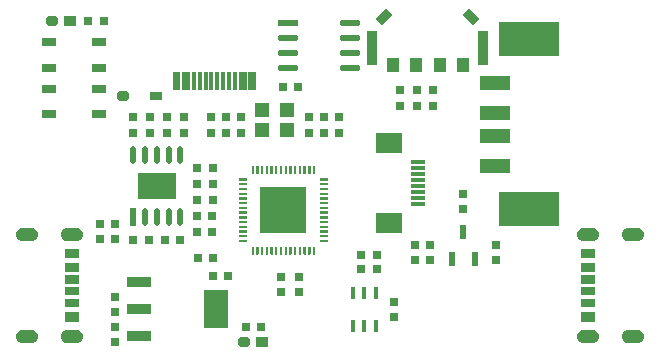
<source format=gtp>
G04*
G04 #@! TF.GenerationSoftware,Altium Limited,Altium Designer,22.2.1 (43)*
G04*
G04 Layer_Color=8421504*
%FSLAX25Y25*%
%MOIN*%
G70*
G04*
G04 #@! TF.SameCoordinates,5917ED16-7F16-4460-A846-6834CAD0EC44*
G04*
G04*
G04 #@! TF.FilePolarity,Positive*
G04*
G01*
G75*
%ADD24R,0.03000X0.03000*%
G04:AMPARAMS|DCode=25|XSize=40mil|YSize=35mil|CornerRadius=0mil|HoleSize=0mil|Usage=FLASHONLY|Rotation=180.000|XOffset=0mil|YOffset=0mil|HoleType=Round|Shape=Octagon|*
%AMOCTAGOND25*
4,1,8,-0.02000,0.00875,-0.02000,-0.00875,-0.01125,-0.01750,0.01125,-0.01750,0.02000,-0.00875,0.02000,0.00875,0.01125,0.01750,-0.01125,0.01750,-0.02000,0.00875,0.0*
%
%ADD25OCTAGOND25*%

%ADD26R,0.04000X0.03500*%
%ADD27R,0.15748X0.15748*%
%ADD28R,0.00787X0.02618*%
%ADD29R,0.02618X0.00787*%
%ADD30R,0.03000X0.03000*%
%ADD31R,0.04720X0.03150*%
%ADD32R,0.04720X0.02760*%
%ADD33R,0.02165X0.05906*%
%ADD34O,0.02165X0.05906*%
%ADD35R,0.12598X0.09055*%
%ADD36R,0.01968X0.04724*%
%ADD37R,0.05118X0.01181*%
%ADD38R,0.08661X0.07087*%
%ADD39R,0.01772X0.03937*%
%ADD40R,0.03543X0.11811*%
%ADD41R,0.03937X0.05118*%
G04:AMPARAMS|DCode=42|XSize=47.24mil|YSize=31.5mil|CornerRadius=0mil|HoleSize=0mil|Usage=FLASHONLY|Rotation=45.000|XOffset=0mil|YOffset=0mil|HoleType=Round|Shape=Rectangle|*
%AMROTATEDRECTD42*
4,1,4,-0.00557,-0.02784,-0.02784,-0.00557,0.00557,0.02784,0.02784,0.00557,-0.00557,-0.02784,0.0*
%
%ADD42ROTATEDRECTD42*%

G04:AMPARAMS|DCode=43|XSize=47.24mil|YSize=31.5mil|CornerRadius=0mil|HoleSize=0mil|Usage=FLASHONLY|Rotation=315.000|XOffset=0mil|YOffset=0mil|HoleType=Round|Shape=Rectangle|*
%AMROTATEDRECTD43*
4,1,4,-0.02784,0.00557,-0.00557,0.02784,0.02784,-0.00557,0.00557,-0.02784,-0.02784,0.00557,0.0*
%
%ADD43ROTATEDRECTD43*%

%ADD44R,0.05118X0.04724*%
%ADD45R,0.07874X0.03347*%
%ADD46R,0.07874X0.12598*%
%ADD47R,0.03937X0.03150*%
G04:AMPARAMS|DCode=48|XSize=39.37mil|YSize=31.5mil|CornerRadius=0mil|HoleSize=0mil|Usage=FLASHONLY|Rotation=180.000|XOffset=0mil|YOffset=0mil|HoleType=Round|Shape=Octagon|*
%AMOCTAGOND48*
4,1,8,-0.01968,0.00787,-0.01968,-0.00787,-0.01181,-0.01575,0.01181,-0.01575,0.01968,-0.00787,0.01968,0.00787,0.01181,0.01575,-0.01181,0.01575,-0.01968,0.00787,0.0*
%
%ADD48OCTAGOND48*%

%ADD49R,0.01181X0.05906*%
%ADD50R,0.07087X0.02165*%
%ADD51O,0.07087X0.02165*%
%ADD52R,0.04724X0.02559*%
%ADD53R,0.09843X0.04724*%
%ADD54R,0.20276X0.11811*%
G36*
X93630Y62107D02*
X92842D01*
Y64725D01*
X93630D01*
Y62107D01*
D02*
G37*
G36*
X92055D02*
X91267D01*
Y64725D01*
X92055D01*
Y62107D01*
D02*
G37*
G36*
X90480D02*
X89692D01*
Y64725D01*
X90480D01*
Y62107D01*
D02*
G37*
G36*
X88906D02*
X88118D01*
Y64725D01*
X88906D01*
Y62107D01*
D02*
G37*
G36*
X87331D02*
X86543D01*
Y64725D01*
X87331D01*
Y62107D01*
D02*
G37*
G36*
X85756D02*
X84968D01*
Y64725D01*
X85756D01*
Y62107D01*
D02*
G37*
G36*
X84181D02*
X83393D01*
Y64725D01*
X84181D01*
Y62107D01*
D02*
G37*
G36*
X82606D02*
X81818D01*
Y64725D01*
X82606D01*
Y62107D01*
D02*
G37*
G36*
X81032D02*
X80244D01*
Y64725D01*
X81032D01*
Y62107D01*
D02*
G37*
G36*
X79457D02*
X78669D01*
Y64725D01*
X79457D01*
Y62107D01*
D02*
G37*
G36*
X77882D02*
X77094D01*
Y64725D01*
X77882D01*
Y62107D01*
D02*
G37*
G36*
X76307D02*
X75519D01*
Y64725D01*
X76307D01*
Y62107D01*
D02*
G37*
G36*
X74732D02*
X73944D01*
Y64725D01*
X74732D01*
Y62107D01*
D02*
G37*
G36*
X73158D02*
X72370D01*
Y64725D01*
X73158D01*
Y62107D01*
D02*
G37*
G36*
X97724Y59843D02*
X95106D01*
Y60631D01*
X97724D01*
Y59843D01*
D02*
G37*
G36*
X70893D02*
X68275D01*
Y60631D01*
X70893D01*
Y59843D01*
D02*
G37*
G36*
X97724Y58268D02*
X95106D01*
Y59056D01*
X97724D01*
Y58268D01*
D02*
G37*
G36*
X70893D02*
X68275D01*
Y59056D01*
X70893D01*
Y58268D01*
D02*
G37*
G36*
X97724Y56693D02*
X95106D01*
Y57481D01*
X97724D01*
Y56693D01*
D02*
G37*
G36*
X70893D02*
X68275D01*
Y57481D01*
X70893D01*
Y56693D01*
D02*
G37*
G36*
X97724Y55119D02*
X95106D01*
Y55907D01*
X97724D01*
Y55119D01*
D02*
G37*
G36*
X70893D02*
X68275D01*
Y55907D01*
X70893D01*
Y55119D01*
D02*
G37*
G36*
X97724Y53544D02*
X95106D01*
Y54332D01*
X97724D01*
Y53544D01*
D02*
G37*
G36*
X70893D02*
X68275D01*
Y54332D01*
X70893D01*
Y53544D01*
D02*
G37*
G36*
X97724Y51969D02*
X95106D01*
Y52757D01*
X97724D01*
Y51969D01*
D02*
G37*
G36*
X70893D02*
X68275D01*
Y52757D01*
X70893D01*
Y51969D01*
D02*
G37*
G36*
X97724Y50394D02*
X95106D01*
Y51182D01*
X97724D01*
Y50394D01*
D02*
G37*
G36*
X70893D02*
X68275D01*
Y51182D01*
X70893D01*
Y50394D01*
D02*
G37*
G36*
X97724Y48819D02*
X95106D01*
Y49607D01*
X97724D01*
Y48819D01*
D02*
G37*
G36*
X70893D02*
X68275D01*
Y49607D01*
X70893D01*
Y48819D01*
D02*
G37*
G36*
X97724Y47245D02*
X95106D01*
Y48033D01*
X97724D01*
Y47245D01*
D02*
G37*
G36*
X70893D02*
X68275D01*
Y48033D01*
X70893D01*
Y47245D01*
D02*
G37*
G36*
X97724Y45670D02*
X95106D01*
Y46458D01*
X97724D01*
Y45670D01*
D02*
G37*
G36*
X70893D02*
X68275D01*
Y46458D01*
X70893D01*
Y45670D01*
D02*
G37*
G36*
X97724Y44095D02*
X95106D01*
Y44883D01*
X97724D01*
Y44095D01*
D02*
G37*
G36*
X70893D02*
X68275D01*
Y44883D01*
X70893D01*
Y44095D01*
D02*
G37*
G36*
X89299Y43702D02*
X76701D01*
Y56300D01*
X89299D01*
Y43702D01*
D02*
G37*
G36*
X97724Y42520D02*
X95106D01*
Y43308D01*
X97724D01*
Y42520D01*
D02*
G37*
G36*
X70893D02*
X68275D01*
Y43308D01*
X70893D01*
Y42520D01*
D02*
G37*
G36*
X97724Y40945D02*
X95106D01*
Y41733D01*
X97724D01*
Y40945D01*
D02*
G37*
G36*
X70893D02*
X68275D01*
Y41733D01*
X70893D01*
Y40945D01*
D02*
G37*
G36*
X202286Y43840D02*
X202895Y43231D01*
X203225Y42436D01*
Y41574D01*
X202895Y40779D01*
X202286Y40170D01*
X201491Y39840D01*
X197479D01*
X196684Y40170D01*
X196075Y40779D01*
X195745Y41574D01*
Y42436D01*
X196075Y43231D01*
X196684Y43840D01*
X197479Y44170D01*
X201491D01*
X202286Y43840D01*
D02*
G37*
G36*
X187316D02*
X187925Y43231D01*
X188255Y42436D01*
Y41574D01*
X187925Y40779D01*
X187316Y40170D01*
X186521Y39840D01*
X182509D01*
X181714Y40170D01*
X181105Y40779D01*
X180775Y41574D01*
Y42436D01*
X181105Y43231D01*
X181714Y43840D01*
X182509Y44170D01*
X186521D01*
X187316Y43840D01*
D02*
G37*
G36*
X15286D02*
X15895Y43231D01*
X16225Y42436D01*
Y41574D01*
X15895Y40779D01*
X15286Y40170D01*
X14491Y39840D01*
X10479D01*
X9684Y40170D01*
X9075Y40779D01*
X8745Y41574D01*
Y42436D01*
X9075Y43231D01*
X9684Y43840D01*
X10479Y44170D01*
X14491D01*
X15286Y43840D01*
D02*
G37*
G36*
X316D02*
X925Y43231D01*
X1255Y42436D01*
Y41574D01*
X925Y40779D01*
X316Y40170D01*
X-479Y39840D01*
X-4491D01*
X-5286Y40170D01*
X-5895Y40779D01*
X-6225Y41574D01*
Y42436D01*
X-5895Y43231D01*
X-5286Y43840D01*
X-4491Y44170D01*
X-479D01*
X316Y43840D01*
D02*
G37*
G36*
X97724Y39371D02*
X95106D01*
Y40159D01*
X97724D01*
Y39371D01*
D02*
G37*
G36*
X70893D02*
X68275D01*
Y40159D01*
X70893D01*
Y39371D01*
D02*
G37*
G36*
X93630Y35276D02*
X92842D01*
Y37894D01*
X93630D01*
Y35276D01*
D02*
G37*
G36*
X92055D02*
X91267D01*
Y37894D01*
X92055D01*
Y35276D01*
D02*
G37*
G36*
X90480D02*
X89692D01*
Y37894D01*
X90480D01*
Y35276D01*
D02*
G37*
G36*
X88906D02*
X88118D01*
Y37894D01*
X88906D01*
Y35276D01*
D02*
G37*
G36*
X87331D02*
X86543D01*
Y37894D01*
X87331D01*
Y35276D01*
D02*
G37*
G36*
X85756D02*
X84968D01*
Y37894D01*
X85756D01*
Y35276D01*
D02*
G37*
G36*
X84181D02*
X83393D01*
Y37894D01*
X84181D01*
Y35276D01*
D02*
G37*
G36*
X82606D02*
X81818D01*
Y37894D01*
X82606D01*
Y35276D01*
D02*
G37*
G36*
X81032D02*
X80244D01*
Y37894D01*
X81032D01*
Y35276D01*
D02*
G37*
G36*
X79457D02*
X78669D01*
Y37894D01*
X79457D01*
Y35276D01*
D02*
G37*
G36*
X77882D02*
X77094D01*
Y37894D01*
X77882D01*
Y35276D01*
D02*
G37*
G36*
X76307D02*
X75519D01*
Y37894D01*
X76307D01*
Y35276D01*
D02*
G37*
G36*
X74732D02*
X73944D01*
Y37894D01*
X74732D01*
Y35276D01*
D02*
G37*
G36*
X73158D02*
X72370D01*
Y37894D01*
X73158D01*
Y35276D01*
D02*
G37*
G36*
X186880Y34060D02*
X182160D01*
Y37200D01*
X186880D01*
Y34060D01*
D02*
G37*
G36*
X14840D02*
X10120D01*
Y37200D01*
X14840D01*
Y34060D01*
D02*
G37*
G36*
X186880Y29530D02*
X182160D01*
Y32280D01*
X186880D01*
Y29530D01*
D02*
G37*
G36*
X14840D02*
X10120D01*
Y32280D01*
X14840D01*
Y29530D01*
D02*
G37*
G36*
X186880Y25590D02*
X182160D01*
Y28350D01*
X186880D01*
Y25590D01*
D02*
G37*
G36*
X14840D02*
X10120D01*
Y28350D01*
X14840D01*
Y25590D01*
D02*
G37*
G36*
X186880Y21650D02*
X182160D01*
Y24410D01*
X186880D01*
Y21650D01*
D02*
G37*
G36*
X14840D02*
X10120D01*
Y24410D01*
X14840D01*
Y21650D01*
D02*
G37*
G36*
X186880Y17720D02*
X182160D01*
Y20470D01*
X186880D01*
Y17720D01*
D02*
G37*
G36*
X14840D02*
X10120D01*
Y20470D01*
X14840D01*
Y17720D01*
D02*
G37*
G36*
X186880Y12800D02*
X182160D01*
Y15940D01*
X186880D01*
Y12800D01*
D02*
G37*
G36*
X14840D02*
X10120D01*
Y15940D01*
X14840D01*
Y12800D01*
D02*
G37*
G36*
X202286Y9830D02*
X202895Y9221D01*
X203225Y8426D01*
Y7564D01*
X202895Y6769D01*
X202286Y6160D01*
X201491Y5830D01*
X197479D01*
X196684Y6160D01*
X196075Y6769D01*
X195745Y7564D01*
Y8426D01*
X196075Y9221D01*
X196684Y9830D01*
X197479Y10160D01*
X201491D01*
X202286Y9830D01*
D02*
G37*
G36*
X187316D02*
X187925Y9221D01*
X188255Y8426D01*
Y7564D01*
X187925Y6769D01*
X187316Y6160D01*
X186521Y5830D01*
X182509D01*
X181714Y6160D01*
X181105Y6769D01*
X180775Y7564D01*
Y8426D01*
X181105Y9221D01*
X181714Y9830D01*
X182509Y10160D01*
X186521D01*
X187316Y9830D01*
D02*
G37*
G36*
X15286D02*
X15895Y9221D01*
X16225Y8426D01*
Y7564D01*
X15895Y6769D01*
X15286Y6160D01*
X14491Y5830D01*
X10479D01*
X9684Y6160D01*
X9075Y6769D01*
X8745Y7564D01*
Y8426D01*
X9075Y9221D01*
X9684Y9830D01*
X10479Y10160D01*
X14491D01*
X15286Y9830D01*
D02*
G37*
G36*
X316D02*
X925Y9221D01*
X1255Y8426D01*
Y7564D01*
X925Y6769D01*
X316Y6160D01*
X-479Y5830D01*
X-4491D01*
X-5286Y6160D01*
X-5895Y6769D01*
X-6225Y7564D01*
Y8426D01*
X-5895Y9221D01*
X-5286Y9830D01*
X-4491Y10160D01*
X-479D01*
X316Y9830D01*
D02*
G37*
D24*
X23118Y113000D02*
D03*
X18000D02*
D03*
X70441Y11000D02*
D03*
X75559D02*
D03*
X109000Y35000D02*
D03*
X114118D02*
D03*
X82882Y91000D02*
D03*
X88000D02*
D03*
X54289Y64000D02*
D03*
X59407D02*
D03*
X54289Y58775D02*
D03*
X59407D02*
D03*
X54289Y53549D02*
D03*
X59407D02*
D03*
X64559Y28000D02*
D03*
X59441D02*
D03*
X54441Y34000D02*
D03*
X59559D02*
D03*
X48614Y40033D02*
D03*
X43496D02*
D03*
X38118Y40000D02*
D03*
X33000D02*
D03*
X114142Y30382D02*
D03*
X109024D02*
D03*
D25*
X6000Y113000D02*
D03*
X70000Y6000D02*
D03*
D26*
X12000Y113000D02*
D03*
X76000Y6000D02*
D03*
D27*
X83000Y50001D02*
D03*
D28*
X72764Y63416D02*
D03*
X74338D02*
D03*
X75913D02*
D03*
X77488D02*
D03*
X79063D02*
D03*
X80638D02*
D03*
X82212D02*
D03*
X83787D02*
D03*
X85362D02*
D03*
X86937D02*
D03*
X88512D02*
D03*
X90086D02*
D03*
X91661D02*
D03*
X93236D02*
D03*
Y36585D02*
D03*
X91661D02*
D03*
X90086D02*
D03*
X88512D02*
D03*
X86937D02*
D03*
X85362D02*
D03*
X83787D02*
D03*
X82212D02*
D03*
X80638D02*
D03*
X79063D02*
D03*
X77488D02*
D03*
X75913D02*
D03*
X74338D02*
D03*
X72764D02*
D03*
D29*
X96415Y60237D02*
D03*
Y58662D02*
D03*
Y57087D02*
D03*
Y55513D02*
D03*
Y53938D02*
D03*
Y52363D02*
D03*
Y50788D02*
D03*
Y49213D02*
D03*
Y47639D02*
D03*
Y46064D02*
D03*
Y44489D02*
D03*
Y42914D02*
D03*
Y41339D02*
D03*
Y39765D02*
D03*
X69584D02*
D03*
Y41339D02*
D03*
Y42914D02*
D03*
Y44489D02*
D03*
Y46064D02*
D03*
Y47639D02*
D03*
Y49213D02*
D03*
Y50788D02*
D03*
Y52363D02*
D03*
Y53938D02*
D03*
Y55513D02*
D03*
Y57087D02*
D03*
Y58662D02*
D03*
Y60237D02*
D03*
D30*
X27000Y21118D02*
D03*
Y16000D02*
D03*
X143000Y50441D02*
D03*
Y55559D02*
D03*
X154000Y38535D02*
D03*
Y33417D02*
D03*
X132000Y38559D02*
D03*
Y33441D02*
D03*
X127000Y38559D02*
D03*
Y33441D02*
D03*
X88098Y22615D02*
D03*
Y27733D02*
D03*
X82098Y22615D02*
D03*
Y27733D02*
D03*
X120000Y19559D02*
D03*
Y14441D02*
D03*
X127500Y84882D02*
D03*
Y90000D02*
D03*
X122000Y84882D02*
D03*
Y90000D02*
D03*
X101485Y80976D02*
D03*
Y75858D02*
D03*
X96485Y81000D02*
D03*
Y75882D02*
D03*
X91485D02*
D03*
Y81000D02*
D03*
X69000D02*
D03*
Y75882D02*
D03*
X64000D02*
D03*
Y81000D02*
D03*
X59000D02*
D03*
Y75882D02*
D03*
X50000D02*
D03*
Y81000D02*
D03*
X44322Y75882D02*
D03*
Y81000D02*
D03*
X38678Y75858D02*
D03*
Y80976D02*
D03*
X33000Y75858D02*
D03*
Y80976D02*
D03*
X59348Y42882D02*
D03*
Y48000D02*
D03*
X54290Y42882D02*
D03*
Y48000D02*
D03*
X27000Y45559D02*
D03*
Y40441D02*
D03*
X22000Y45559D02*
D03*
Y40441D02*
D03*
X133000Y90000D02*
D03*
X27000Y11118D02*
D03*
X133000Y84882D02*
D03*
X27000Y6000D02*
D03*
D31*
X12480Y35630D02*
D03*
Y14370D02*
D03*
X184520D02*
D03*
Y35630D02*
D03*
D32*
X12480Y30910D02*
D03*
Y26970D02*
D03*
Y23030D02*
D03*
Y19090D02*
D03*
X184520D02*
D03*
Y23030D02*
D03*
Y26970D02*
D03*
Y30910D02*
D03*
D33*
X32897Y47642D02*
D03*
D34*
X36834D02*
D03*
X40771D02*
D03*
X48645D02*
D03*
X44708D02*
D03*
X32897Y68527D02*
D03*
X36834D02*
D03*
X48645D02*
D03*
X44708D02*
D03*
X40771D02*
D03*
D35*
Y58084D02*
D03*
D36*
X143000Y42910D02*
D03*
X146740Y33910D02*
D03*
X139260D02*
D03*
D37*
X127941Y52231D02*
D03*
Y66011D02*
D03*
Y64042D02*
D03*
Y62074D02*
D03*
Y60105D02*
D03*
Y58137D02*
D03*
Y56168D02*
D03*
Y54200D02*
D03*
D38*
X118110Y72507D02*
D03*
X118110Y45735D02*
D03*
D39*
X113740Y11500D02*
D03*
X110000D02*
D03*
X106260D02*
D03*
Y22500D02*
D03*
X110000D02*
D03*
X113740D02*
D03*
D40*
X149694Y104146D02*
D03*
X112686D02*
D03*
D41*
X127252Y98437D02*
D03*
X135126D02*
D03*
X119379D02*
D03*
X143001D02*
D03*
D42*
X116702Y114422D02*
D03*
D43*
X145678Y114423D02*
D03*
D44*
X84134Y83346D02*
D03*
X75866D02*
D03*
Y76653D02*
D03*
X84134D02*
D03*
D45*
X35000Y26055D02*
D03*
Y17000D02*
D03*
Y7945D02*
D03*
D46*
X60500Y17000D02*
D03*
D47*
X40512Y88000D02*
D03*
D48*
X29488D02*
D03*
D49*
X57047Y93079D02*
D03*
X60984D02*
D03*
X62953D02*
D03*
X59016D02*
D03*
X70039D02*
D03*
X51142D02*
D03*
X68858D02*
D03*
X49961D02*
D03*
X73189D02*
D03*
X72008D02*
D03*
X66890D02*
D03*
X64921D02*
D03*
X55079D02*
D03*
X53110D02*
D03*
X47992D02*
D03*
X46811D02*
D03*
D50*
X84665Y112500D02*
D03*
D51*
Y107500D02*
D03*
X105335D02*
D03*
Y102500D02*
D03*
X84665D02*
D03*
Y97500D02*
D03*
X105335Y112500D02*
D03*
Y97500D02*
D03*
D52*
X21638Y97461D02*
D03*
X4708D02*
D03*
Y90539D02*
D03*
X21638D02*
D03*
X4708Y82075D02*
D03*
X21638D02*
D03*
Y105925D02*
D03*
X4708D02*
D03*
D53*
X153568Y64866D02*
D03*
Y74709D02*
D03*
Y82583D02*
D03*
Y92425D02*
D03*
D54*
X164986Y50299D02*
D03*
Y106992D02*
D03*
M02*

</source>
